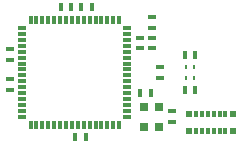
<source format=gbp>
G04*
G04 #@! TF.GenerationSoftware,Altium Limited,Altium Designer,25.1.2 (22)*
G04*
G04 Layer_Color=128*
%FSLAX44Y44*%
%MOMM*%
G71*
G04*
G04 #@! TF.SameCoordinates,DB710AA7-E77E-4036-8C0A-EA680BC9F52C*
G04*
G04*
G04 #@! TF.FilePolarity,Positive*
G04*
G01*
G75*
%ADD26R,0.8000X0.3500*%
%ADD27R,0.3500X0.8000*%
%ADD28R,0.7000X0.4000*%
%ADD29R,0.5000X0.6000*%
%ADD30R,0.3500X0.6000*%
%ADD31R,0.6800X0.7800*%
%ADD32R,0.4000X0.7000*%
%ADD33R,0.2100X0.3100*%
D26*
X20500Y222500D02*
D03*
Y217500D02*
D03*
Y212500D02*
D03*
Y207500D02*
D03*
Y202500D02*
D03*
Y197500D02*
D03*
Y192500D02*
D03*
Y187500D02*
D03*
Y182500D02*
D03*
Y177500D02*
D03*
Y172500D02*
D03*
Y167500D02*
D03*
Y162500D02*
D03*
Y157500D02*
D03*
Y152500D02*
D03*
Y147500D02*
D03*
X109500Y222500D02*
D03*
Y217500D02*
D03*
Y212500D02*
D03*
Y207500D02*
D03*
Y202500D02*
D03*
Y197500D02*
D03*
Y192500D02*
D03*
Y187500D02*
D03*
Y182500D02*
D03*
Y177500D02*
D03*
Y172500D02*
D03*
Y167500D02*
D03*
Y162500D02*
D03*
Y157500D02*
D03*
Y152500D02*
D03*
Y147500D02*
D03*
D27*
X27500Y140500D02*
D03*
X32500D02*
D03*
X37500D02*
D03*
X42500D02*
D03*
X27500Y229500D02*
D03*
X32500D02*
D03*
X37500D02*
D03*
X42500D02*
D03*
X47500D02*
D03*
X52500D02*
D03*
X57500D02*
D03*
X62500D02*
D03*
X67500D02*
D03*
X72500D02*
D03*
X77500D02*
D03*
X82500D02*
D03*
X87500D02*
D03*
X92500D02*
D03*
X97500D02*
D03*
X102500D02*
D03*
Y140500D02*
D03*
X97500D02*
D03*
X92500D02*
D03*
X87500D02*
D03*
X82500D02*
D03*
X77500D02*
D03*
X72500D02*
D03*
X67500D02*
D03*
X62500D02*
D03*
X57500D02*
D03*
X52500D02*
D03*
X47500D02*
D03*
D28*
X147500Y152000D02*
D03*
Y143000D02*
D03*
X10000Y195500D02*
D03*
Y204500D02*
D03*
Y179500D02*
D03*
Y170500D02*
D03*
X120000Y214500D02*
D03*
Y205500D02*
D03*
X130000Y214500D02*
D03*
Y205500D02*
D03*
Y223000D02*
D03*
Y232000D02*
D03*
X137500Y180500D02*
D03*
Y189500D02*
D03*
D29*
X161500Y150000D02*
D03*
Y135000D02*
D03*
X198500Y150000D02*
D03*
Y135000D02*
D03*
D30*
X167500Y150000D02*
D03*
X182500Y135000D02*
D03*
X192500Y150000D02*
D03*
X172500D02*
D03*
X177500D02*
D03*
X182500D02*
D03*
X187500D02*
D03*
X172500Y135000D02*
D03*
X177500D02*
D03*
X167500D02*
D03*
X187500D02*
D03*
X192500D02*
D03*
D31*
X123350Y156150D02*
D03*
X136650D02*
D03*
Y138850D02*
D03*
X123350D02*
D03*
D32*
X167000Y200000D02*
D03*
X158000D02*
D03*
X53000Y240000D02*
D03*
X62000D02*
D03*
X65500Y130000D02*
D03*
X74500D02*
D03*
X129500Y167500D02*
D03*
X120500D02*
D03*
X158000Y170000D02*
D03*
X167000D02*
D03*
X70500Y240000D02*
D03*
X79500D02*
D03*
D33*
X159250Y180450D02*
D03*
X165750D02*
D03*
Y189550D02*
D03*
X159250D02*
D03*
M02*

</source>
